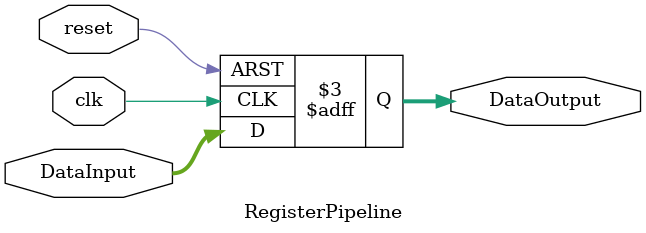
<source format=v>
module RegisterPipeline
#(
	parameter NBits=32
)
(
	input clk,
	input reset,
	input  [NBits-1:0] DataInput,
	
	
	output reg [NBits-1:0] DataOutput
);

always@(negedge reset or negedge clk) begin
	if(reset==0)begin
		DataOutput <= 0;
	end
	else begin
		DataOutput <= DataInput;
	end
end


endmodule
</source>
